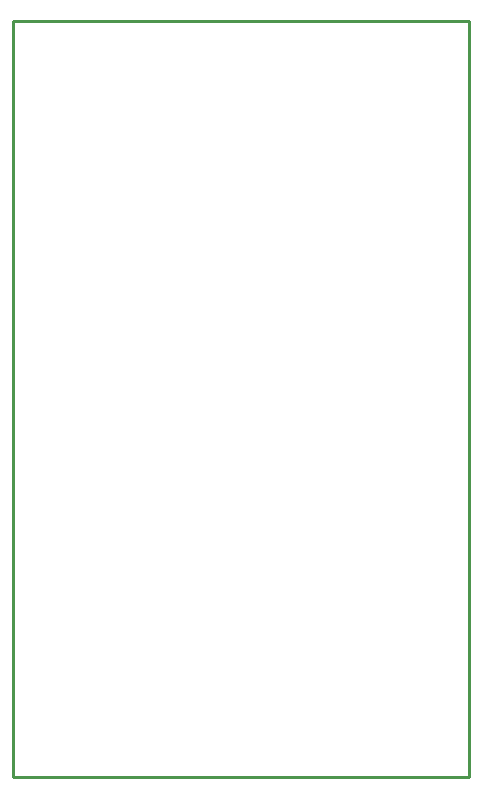
<source format=gko>
G04 Layer: BoardOutline*
G04 EasyEDA v6.4.20.6, 2021-08-18T22:46:37+02:00*
G04 e60a8e21afaf4db98b740634109285cb,0ed378226b2144edad32923a29bf2ba1,10*
G04 Gerber Generator version 0.2*
G04 Scale: 100 percent, Rotated: No, Reflected: No *
G04 Dimensions in millimeters *
G04 leading zeros omitted , absolute positions ,4 integer and 5 decimal *
%FSLAX45Y45*%
%MOMM*%

%ADD10C,0.2540*%
D10*
X-2902102Y3889908D02*
G01*
X-2902102Y4182008D01*
X958697Y4182008D01*
X958697Y-2218791D01*
X-2902102Y-2218791D02*
G01*
X-2902102Y753008D01*
X958697Y-2218791D02*
G01*
X-2902102Y-2218791D01*
X-2902102Y753008D02*
G01*
X-2902102Y3902608D01*

%LPD*%
M02*

</source>
